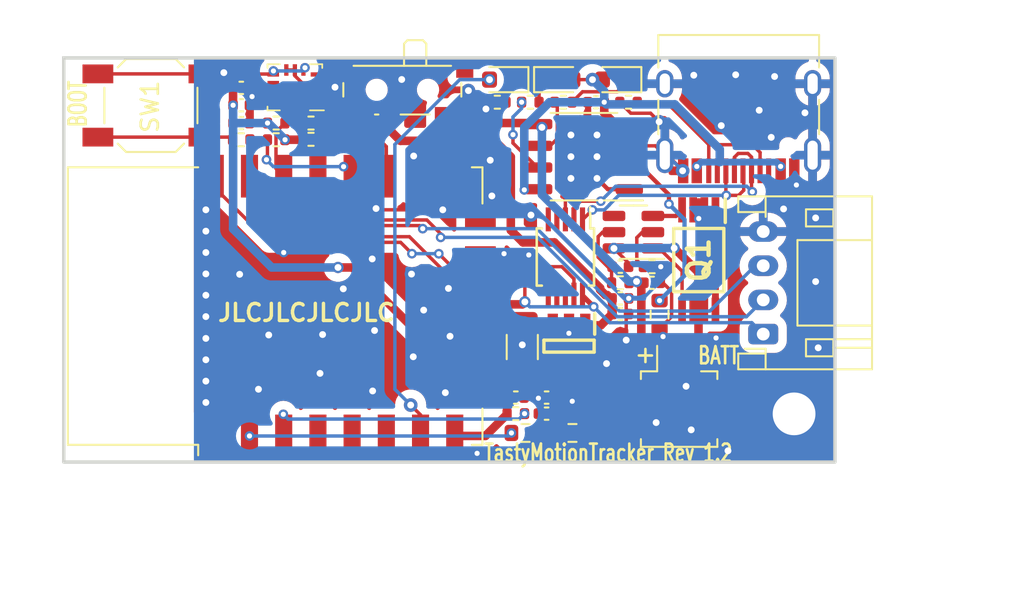
<source format=kicad_pcb>
(kicad_pcb (version 20221018) (generator pcbnew)
  (layers (0 "F.Cu" signal) (31 "B.Cu" mixed) (34 "B.Paste" user) (35 "F.Paste" user) (36 "B.SilkS" user "B.Silkscreen") (37 "F.SilkS" user "F.Silkscreen") (38 "B.Mask" user) (39 "F.Mask" user) (44 "Edge.Cuts" user))
  (net 0 "")
  (net 1 "BVAT-")
  (net 2 "Net-(D1-A)")
  (net 3 "B-")
  (net 4 "B+")
  (net 5 "+3V3")
  (net 6 "Net-(U3-VDD)")
  (net 7 "Net-(D1-K)")
  (net 8 "D-")
  (net 9 "D+")
  (net 10 "Net-(D2-K)")
  (net 11 "Net-(D3-K)")
  (net 12 "Net-(D3-A)")
  (net 14 "Net-(P1-CC)")
  (net 15 "Net-(Q1-D12_1)")
  (net 16 "GPIO0")
  (net 17 "I2C_SCL")
  (net 18 "I2C_SDA")
  (net 19 "IMU_INT")
  (net 20 "Net-(Q1-G1)")
  (net 21 "Net-(Q1-G2)")
  (net 22 "RST")
  (net 23 "Net-(U1-ADC)")
  (net 24 "Net-(U1-EN)")
  (net 25 "Net-(U2-CHRG)")
  (net 26 "Net-(U2-STDBY)")
  (net 27 "Net-(U1-GPIO2)")
  (net 28 "Net-(U2-PROG)")
  (net 29 "BVAT+")
  (net 30 "Net-(U3-CSI)")
  (net 31 "ESP_RX")
  (net 32 "ESP_TX")
  (net 33 "Net-(C4-Pad2)")
  (net 52 "Net-(R1-Pad1)")
  (footprint "Button_Switch_SMD:SW_SPST_SKQG_WithoutStem" (layer "F.Cu") (at 44.0484 32.1731)
    (fp_text reference "SW1")
    (fp_text value "BOOT")
  )
  (footprint "Resistor_SMD:R_0402_1005Metric" (layer "F.Cu") (at 53.4086 34.1507)
    (fp_text reference "R6" hide)
    (fp_text value "10K")
  )
  (footprint "LED_SMD:LED_0603_1608Metric" (layer "F.Cu") (at 67.9349 30.6587)
    (fp_text reference "D1" hide)
    (fp_text value "LED_YELLOW")
  )
  (footprint "RF_Module:ESP-12E" (layer "F.Cu") (at 51.3122 43.9081 90)
    (fp_text reference "U1" hide)
    (fp_text value "ESP-12F")
  )
  (footprint "LED_SMD:LED_0603_1608Metric" (layer "F.Cu") (at 64.6329 30.6587 180)
    (fp_text reference "D3" hide)
    (fp_text value "LED")
  )
  (footprint "Resistor_SMD:R_0603_1608Metric" (layer "F.Cu") (at 73.787 44.4114 -90)
    (fp_text reference "R7" hide)
    (fp_text value "1.2K")
  )
  (footprint "Resistor_SMD:R_0402_1005Metric" (layer "F.Cu") (at 53.4086 33.2007)
    (fp_text reference "R13" hide)
    (fp_text value "10K")
  )
  (footprint "Capacitor_SMD:C_0402_1005Metric" (layer "F.Cu") (at 70.0712 31.9795 180)
    (fp_text reference "C2" hide)
    (fp_text value "100nF")
  )
  (footprint "Package_LGA:Bosch_LGA-14_3x2.5mm_P0.5mm" (layer "F.Cu") (at 52.465 31.107 180)
    (fp_text reference "U4" hide)
    (fp_text value "BMI160")
  )
  (footprint "Capacitor_SMD:C_0402_1005Metric" (layer "F.Cu") (at 73.3478 42.5459)
    (fp_text reference "C7" hide)
    (fp_text value "10uF")
  )
  (footprint "Capacitor_SMD:C_0402_1005Metric" (layer "F.Cu") (at 49.3316 32.1573)
    (fp_text reference "C9" hide)
    (fp_text value "100nF")
  )
  (footprint "Package_SO:MSOP-10_3x3mm_P0.5mm" (layer "F.Cu") (at 68.2812 41.0375 -90)
    (fp_text reference "U5" hide)
    (fp_text value "CH340E")
  )
  (footprint "Resistor_SMD:R_0402_1005Metric" (layer "F.Cu") (at 51.3716 34.1757 180)
    (fp_text reference "R5" hide)
    (fp_text value "10K")
  )
  (footprint "Resistor_SMD:R_0603_1608Metric" (layer "F.Cu") (at 65.9506 51.3334)
    (fp_text reference "R14" hide)
    (fp_text value "30K")
  )
  (footprint "Resistor_SMD:R_0603_1608Metric" (layer "F.Cu") (at 68.6938 51.3334)
    (fp_text reference "R1" hide)
    (fp_text value "150K")
  )
  (footprint "Resistor_SMD:R_0402_1005Metric" (layer "F.Cu") (at 71.491 42.5459)
    (fp_text reference "R11" hide)
    (fp_text value "100")
  )
  (footprint "Capacitor_SMD:C_0402_1005Metric" (layer "F.Cu") (at 71.4936 44.3747)
    (fp_text reference "C20" hide)
    (fp_text value "10uF")
  )
  (footprint "Resistor_SMD:R_0402_1005Metric" (layer "F.Cu") (at 65.3822 50.2031)
    (fp_text reference "R2" hide)
    (fp_text value "10K")
  )
  (footprint "Connector_JST:JST_PH_S4B-PH-K_1x04_P2.00mm_Horizontal" (layer "F.Cu") (at 79.8476 45.5487 90)
    (fp_text reference "J1" hide)
    (fp_text value "Conn_01x04_Pin")
  )
  (footprint "Button_Switch_SMD:SW_SPDT_PCM12" (layer "F.Cu") (at 58.7478 31.5805 180)
    (fp_text reference "SW3" hide)
    (fp_text value "SW_SPDT")
  )
  (footprint "Resistor_SMD:R_0402_1005Metric" (layer "F.Cu") (at 68.1616 31.9795 180)
    (fp_text reference "R4" hide)
    (fp_text value "1K")
  )
  (footprint "Resistor_SMD:R_0402_1005Metric" (layer "F.Cu") (at 66.2312 31.9795 180)
    (fp_text reference "R3" hide)
    (fp_text value "1K")
  )
  (footprint "Capacitor_SMD:C_0402_1005Metric" (layer "F.Cu") (at 71.491 43.4603)
    (fp_text reference "C19" hide)
    (fp_text value "10uF")
  )
  (footprint "KiCad:SOP65P640X120-8N" (layer "F.Cu") (at 76.0786 41.2167 -90)
    (fp_text reference "Q1")
    (fp_text value "FS8205A" hide)
  )
  (footprint "Capacitor_SMD:C_0402_1005Metric" (layer "F.Cu") (at 49.3316 31.1413)
    (fp_text reference "C10" hide)
    (fp_text value "100nF")
  )
  (footprint "ME6211C33M5G:SOT95P282X145-5N" (layer "F.Cu") (at 68.4936 46.2534 -90)
    (fp_text reference "IC1" hide)
    (fp_text value "ME6211C33M5G" hide)
  )
  (footprint "Package_SO:HSOP-8-1EP_3.9x4.9mm_P1.27mm_EP2.41x3.1mm" (layer "F.Cu") (at 69.367 35.1675 180)
    (fp_text reference "U2" hide)
    (fp_text value "TP4056")
  )
  (footprint "Capacitor_SMD:C_0402_1005Metric" (layer "F.Cu") (at 67.183 49.2633 180)
    (fp_text reference "C8" hide)
    (fp_text value "10uF")
  )
  (footprint "Resistor_SMD:R_0402_1005Metric" (layer "F.Cu") (at 73.3472 41.6061)
    (fp_text reference "R8" hide)
    (fp_text value "1K")
  )
  (footprint "Connector_Molex:Molex_PicoBlade_53261-0271_1x02-1MP_P1.25mm_Horizontal" (layer "F.Cu") (at 74.93 49.4364)
    (fp_text reference "J2" hide)
    (fp_text value "Conn_01x02_Female")
  )
  (footprint "Capacitor_SMD:C_0402_1005Metric" (layer "F.Cu") (at 67.183 50.2031 180)
    (fp_text reference "C12" hide)
    (fp_text value "100nF")
  )
  (footprint "Resistor_SMD:R_0402_1005Metric" (layer "F.Cu") (at 51.3716 33.2007)
    (fp_text reference "R12" hide)
    (fp_text value "10K")
  )
  (footprint "Capacitor_SMD:C_0402_1005Metric" (layer "F.Cu") (at 71.4936 41.6061)
    (fp_text reference "C6" hide)
    (fp_text value "100nF")
  )
  (footprint "Resistor_SMD:R_0402_1005Metric" (layer "F.Cu") (at 64.3008 31.9795 180)
    (fp_text reference "R9" hide)
    (fp_text value "1K")
  )
  (footprint "Resistor_SMD:R_0402_1005Metric" (layer "F.Cu") (at 71.9716 31.9795 180)
    (fp_text reference "R25" hide)
    (fp_text value "5.1K")
  )
  (footprint "Connector_USB:USB_C_Receptacle_HRO_TYPE-C-31-M-12" (layer "F.Cu") (at 78.4136 31.9477 180)
    (fp_text reference "P1" hide)
    (fp_text value "USB_C_Plug_USB2.0")
  )
  (footprint "Package_TO_SOT_SMD:SOT-23-6" (layer "F.Cu") (at 72.2585 39.5843 180)
    (fp_text reference "U3" hide)
    (fp_text value "DW01A")
  )
  (footprint "Capacitor_SMD:C_0402_1005Metric" (layer "F.Cu") (at 49.3316 33.2007 180)
    (fp_text reference "C4" hide)
    (fp_text value "100nF")
  )
  (footprint "LED_SMD:LED_0603_1608Metric" (layer "F.Cu") (at 71.2369 30.6587 180)
    (fp_text reference "D2" hide)
    (fp_text value "LED")
  )
  (footprint "Capacitor_SMD:C_0402_1005Metric" (layer "F.Cu") (at 65.3822 49.2633)
    (fp_text reference "C3" hide)
    (fp_text value "1uF/25V")
  )
  (footprint "Capacitor_SMD:C_1206_3216Metric" (layer "F.Cu") (at 65.7606 46.306 90)
    (fp_text reference "C1" hide)
    (fp_text value "100uF/6.3V")
  )
  (footprint "Resistor_SMD:R_0402_1005Metric" (layer "F.Cu") (at 49.3316 34.1757)
    (fp_text reference "R10" hide)
    (fp_text value "470")
  )
  (gr_rect (start 38.9536 29.3887) (end 84.0386 53.0361) (stroke (width 0.2)) (fill none) (layer "Edge.Cuts"))
  (gr_text "+" (at 72.8866 46.8007 90) (layer "F.SilkS") (effects (font (size 1 1) (thickness 0.153) bold)))
  (gr_text "TastyMotionTracker Rev 1.2" (at 63.4492 52.5018) (layer "F.SilkS") (effects (font (size 1 0.7) (thickness 0.153) bold) (justify left)))
  (gr_text "JLCJLCJLCJLC" (at 53.1368 44.2976) (layer "F.SilkS") (effects (font (size 1 1) (thickness 0.2))))
  (gr_text "BOOT" (at 39.7764 32.0802 90) (layer "F.SilkS") (effects (font (size 1 0.7) (thickness 0.153) bold)))
  (gr_text "BATT" (at 77.2366 46.8007) (layer "F.SilkS") (effects (font (size 1 0.7) (thickness 0.153) bold)))
  (segment (start 80.5116 30.4757) (end 80.9336 30.8977) (width 0.2) (layer "F.Cu") (net 1))
  (segment (start 71.4616 31.9795) (end 72.1078 32.6257) (width 0.2) (layer "F.Cu") (net 1))
  (segment (start 70.764 37.0725) (end 70.129 36.4375) (width 0.25) (layer "F.Cu") (net 1))
  (segment (start 72.017 37.0725) (end 70.764 37.0725) (width 0.25) (layer "F.Cu") (net 1))
  (segment (start 70.129 33.8975) (end 72.9898 33.8975) (width 0.2) (layer "F.Cu") (net 1))
  (segment (start 73.5484 34.5325) (end 74.0936 35.0777) (width 0.2) (layer "F.Cu") (net 1))
  (segment (start 74.0936 35.0777) (end 74.2486 35.0777) (width 0.2) (layer "F.Cu") (net 1))
  (segment (start 80.9336 30.8977) (end 82.7336 30.8977) (width 0.2) (layer "F.Cu") (net 1))
  (segment (start 70.764 34.5325) (end 70.129 35.1675) (width 0.2) (layer "F.Cu") (net 1))
  (segment (start 61.1124 38.2757) (end 57.2866 38.2757) (width 0.2) (layer "F.Cu") (net 1))
  (segment (start 73.8278 42.5459) (end 73.9818 42.5459) (width 0.2) (layer "F.Cu") (net 1))
  (segment (start 52.89 30.857) (end 52.465 30.432) (width 0.2) (layer "F.Cu") (net 1))
  (segment (start 54.8116 31.1007) (end 53.9712 31.1007) (width 0.2) (layer "F.Cu") (net 1))
  (segment (start 68.6816 49.4792) (end 69.342 49.4792) (width 0.2) (layer "F.Cu") (net 1))
  (segment (start 73.2616 32.6257) (end 73.7616 33.1257) (width 0.2) (layer "F.Cu") (net 1))
  (segment (start 53.9712 31.1007) (end 53.7275 30.857) (width 0.2) (layer "F.Cu") (net 1))
  (segment (start 69.342 49.4792) (end 70.6866 48.1346) (width 0.2) (layer "F.Cu") (net 1))
  (segment (start 52.465 30.0945) (end 51.965 30.0945) (width 0.2) (layer "F.Cu") (net 1))
  (segment (start 76.0786 38.7867) (end 76.0786 37.8977) (width 0.6) (layer "F.Cu") (net 1))
  (segment (start 72.017 34.5325) (end 70.764 34.5325) (width 0.2) (layer "F.Cu") (net 1))
  (segment (start 53.7275 31.857) (end 53.7275 30.857) (width 0.2) (layer "F.Cu") (net 1))
  (segment (start 40.9484 30.3231) (end 47.1484 30.3231) (width 0.2) (layer "F.Cu") (net 1))
  (segment (start 72.1078 32.6257) (end 73.2616 32.6257) (width 0.2) (layer "F.Cu") (net 1))
  (segment (start 70.6866 48.1346) (end 70.6866 47.2757) (width 0.2) (layer "F.Cu") (net 1))
  (segment (start 74.492 44.5314) (end 73.787 45.2364) (width 0.2) (layer "F.Cu") (net 1))
  (segment (start 53.7275 30.857) (end 52.89 30.857) (width 0.2) (layer "F.Cu") (net 1))
  (segment (start 71.8366 45.9007) (end 71.8366 43.5947) (width 0.2) (layer "F.Cu") (net 1))
  (segment (start 57.2866 38.2757) (end 57.2116 38.2007) (width 0.2) (layer "F.Cu") (net 1))
  (segment (start 68.2812 36.7613) (end 68.605 36.4375) (width 0.2) (layer "F.Cu") (net 1))
  (segment (start 47.2616 38.2757) (end 47.2616 49.5507) (width 0.2) (layer "F.Cu") (net 1))
  (segment (start 75.2896 30.8977) (end 75.7866 30.4007) (width 0.2) (layer "F.Cu") (net 1))
  (segment (start 74.2486 35.0777) (end 75.1636 35.9927) (width 0.2) (layer "F.Cu") (net 1))
  (segment (start 71.8366 43.5947) (end 71.971 43.4603) (width 0.2) (layer "F.Cu") (net 1))
  (segment (start 68.2812 38.8375) (end 68.2812 36.7613) (width 0.2) (layer "F.Cu") (net 1))
  (segment (start 65.8622 49.2633) (end 66.703 49.2633) (width 0.2) (layer "F.Cu") (net 1))
  (segment (start 66.703 50.2031) (end 66.703 49.2633) (width 0.2) (layer "F.Cu") (net 1))
  (segment (start 74.0936 30.8977) (end 75.2896 30.8977) (width 0.2) (layer "F.Cu") (net 1))
  (segment (start 72.9898 33.8975) (end 73.7616 33.1257) (width 0.2) (layer "F.Cu") (net 1))
  (segment (start 52.465 30.432) (end 52.465 30.0945) (width 0.2) (layer "F.Cu") (net 1))
  (segment (start 73.9818 42.5459) (end 74.492 43.0561) (width 0.2) (layer "F.Cu") (net 1))
  (segment (start 74.492 43.0561) (end 74.492 44.5314) (width 0.2) (layer "F.Cu") (net 1))
  (segment (start 72.017 34.5325) (end 73.5484 34.5325) (width 0.2) (layer "F.Cu") (net 1))
  (via (at 63.119 52.5272) (size 0.56) (drill 0.3) (layers "F.Cu" "B.Cu") (net 1))
  (via (at 81.651 50.2167) (size 3.5) (drill 2.5) (layers "F.Cu" "B.Cu") (net 1))
  (via (at 61.4426 42.8752) (size 0.8) (drill 0.4) (layers "F.Cu" "B.Cu") (net 1))
  (via (at 59.9948 44.1452) (size 0.8) (drill 0.4) (layers "F.Cu" "B.Cu") (net 1))
  (via (at 47.2616 39.5257) (size 0.8) (drill 0.4) (layers "F.Cu" "B.Cu") (net 1))
  (via (at 66.1416 40.9194) (size 0.56) (drill 0.3) (layers "F.Cu" "B.Cu") (net 1))
  (via (at 65.7606 46.1772) (size 0.8) (drill 0.4) (layers "F.Cu" "B.Cu") (net 1))
  (via (at 73.8572 41.6061) (size 0.56) (drill 0.3) (layers "F.Cu" "B.Cu") (net 1))
  (via (at 66.2686 38.5826) (size 0.8) (drill 0.4) (layers "F.Cu" "B.Cu") (net 1))
  (via (at 68.605 33.8975) (size 0.8) (drill 0.4) (layers "F.Cu" "B.Cu") (net 1))
  (via (at 64.6938 40.8432) (size 0.56) (drill 0.3) (layers "F.Cu" "B.Cu") (net 1))
  (via (at 57.2116 38.2007) (size 0.66) (drill 0.4) (layers "F.Cu" "B.Cu") (net 1))
  (via (at 61.5366 45.6757) (size 0.8) (drill 0.4) (layers "F.Cu" "B.Cu") (net 1))
  (via (at 47.2616 49.5507) (size 0.8) (drill 0.4) (layers "F.Cu" "B.Cu") (net 1))
  (via (at 81.7866 36.8257) (size 0.56) (drill 0.3) (layers "F.Cu" "B.Cu") (net 1))
  (via (at 79.6116 32.4507) (size 0.8) (drill 0.4) (layers "F.Cu" "B.Cu") (net 1))
  (via (at 50.3366 48.7757) (size 0.8) (drill 0.4) (layers "F.Cu" "B.Cu") (net 1))
  (via (at 68.6816 49.4792) (size 0.56) (drill 0.3) (layers "F.Cu" "B.Cu") (net 1))
  (via (at 62.6116 31.3007) (size 0.8) (drill 0.4) (layers "F.Cu" "B.Cu") (net 1))
  (via (at 70.129 33.8975) (size 0.8) (drill 0.4) (layers "F.Cu" "B.Cu") (net 1))
  (via (at 75.7866 30.4007) (size 0.8) (drill 0.4) (layers "F.Cu" "B.Cu") (net 1))
  (via (at 47.2616 44.5257) (size 0.8) (drill 0.4) (layers "F.Cu" "B.Cu") (net 1))
  (via (at 77.089 45.7757) (size 0.56) (drill 0.3) (layers "F.Cu" "B.Cu") (net 1))
  (via (at 54.8116 31.1007) (size 0.8) (drill 0.4) (layers "F.Cu" "B.Cu") (net 1))
  (via (at 61.1124 38.2757) (size 0.66) (drill 0.4) (layers "F.Cu" "B.Cu") (net 1))
  (via (at 48.3116 30.2507) (size 0.8) (drill 0.4) (layers "F.Cu" "B.Cu") (net 1))
  (via (at 58.7116 30.6507) (size 0.8) (drill 0.4) (layers "F.Cu" "B.Cu") (net 1))
  (via (at 68.605 35.1675) (size 0.8) (drill 0.4) (layers "F.Cu" "B.Cu") (net 1))
  (via (at 47.2616 48.3007) (size 0.8) (drill 0.4) (layers "F.Cu" "B.Cu") (net 1))
  (via (at 81.0366 38.2257) (size 0.8) (drill 0.4) (layers "F.Cu" "B.Cu") (net 1))
  (via (at 59.2836 42.037) (size 0.8) (drill 0.4) (layers "F.Cu" "B.Cu") (net 1))
  (via (at 76.0786 38.7867) (size 0.56) (drill 0.3) (layers "F.Cu" "B.Cu") (net 1))
  (via (at 56.9866 41.1507) (size 0.8) (drill 0.4) (layers "F.Cu" "B.Cu") (net 1))
  (via (at 78.2366 30.3757) (size 0.8) (drill 0.4) (layers "F.Cu" "B.Cu") (net 1))
  (via (at 73.9902 45.6946) (size 0.56) (drill 0.3) (layers "F.Cu" "B.Cu") (net 1))
  (via (at 51.8116 40.7757) (size 0.56) (drill 0.3) (layers "F.Cu" "B.Cu") (net 1))
  (via (at 68.605 36.4375) (size 0.8) (drill 0.4) (layers "F.Cu" "B.Cu") (net 1))
  (via (at 55.2958 42.9006) (size 0.8) (drill 0.4) (layers "F.Cu" "B.Cu") (net 1))
  (via (at 77.7866 52.3757) (size 0.8) (drill 0.4) (layers "F.Cu" "B.Cu") (net 1))
  (via (at 59.3866 46.8757) (size 0.8) (drill 0.4) (layers "F.Cu" "B.Cu") (net 1))
  (via (at 49.2366 42.0507) (size 0.8) (drill 0.4) (layers "F.Cu" "B.Cu") (net 1))
  (via (at 75.6366 51.1507) (size 0.8) (drill 0.4) (layers "F.Cu" "B.Cu") (net 1))
  (via (at 75.1341 35.9927) (size 0.8) (drill 0.4) (layers "F.Cu" "B.Cu") (net 1))
  (via (at 57.0116 48.8757) (size 0.8) (drill 0.4) (layers "F.Cu" "B.Cu") (net 1))
  (via (at 47.2616 47.0507) (size 0.8) (drill 0.4) (layers "F.Cu" "B.Cu") (net 1))
  (via (at 82.9116 42.4757) (size 0.8) (drill 0.4) (layers "F.Cu" "B.Cu") (net 1))
  (via (at 80.5116 30.4757) (size 0.8) (drill 0.4) (layers "F.Cu" "B.Cu") (net 1))
  (via (at 57.1246 45.339) (size 0.8) (drill 0.4) (layers "F.Cu" "B.Cu") (net 1))
  (via (at 63.8866 35.3757) (size 0.8) (drill 0.4) (layers "F.Cu" "B.Cu") (net 1))
  (via (at 47.2616 43.2757) (size 0.8) (drill 0.4) (layers "F.Cu" "B.Cu") (net 1))
  (via (at 63.6366 32.3757) (size 0.8) (drill 0.4) (layers "F.Cu" "B.Cu") (net 1))
  (via (at 83.0616 46.3507) (size 0.8) (drill 0.4) (layers "F.Cu" "B.Cu") (net 1))
  (via (at 47.2616 38.2757) (size 0.8) (drill 0.4) (layers "F.Cu" "B.Cu") (net 1))
  (via (at 75.3366 48.6007) (size 0.8) (drill 0.4) (layers "F.Cu" "B.Cu") (net 1))
  (via (at 80.3148 34.036) (size 0.8) (drill 0.4) (layers "F.Cu" "B.Cu") (net 1))
  (via (at 47.2616 40.7757) (size 0.8) (drill 0.4) (layers "F.Cu" "B.Cu") (net 1))
  (via (at 61.2616 48.9757) (size 0.8) (drill 0.4) (layers "F.Cu" "B.Cu") (net 1))
  (via (at 68.4866 45.5007) (size 0.56) (drill 0.3) (layers "F.Cu" "B.Cu") (net 1))
  (via (at 54.0866 45.5757) (size 0.8) (drill 0.4) (layers "F.Cu" "B.Cu") (net 1))
  (via (at 71.9836 43.4594) (size 0.56) (drill 0.3) (layers "F.Cu" "B.Cu") (net 1))
  (via (at 49.9616 31.6507) (size 0.56) (drill 0.3) (layers "F.Cu" "B.Cu") (net 1))
  (via (at 53.935287 47.846487) (size 0.8) (drill 0.4) (layers "F.Cu" "B.Cu") (net 1))
  (via (at 47.2616 42.0257) (size 0.8) (drill 0.4) (layers "F.Cu" "B.Cu") (net 1))
  (via (at 66.703 49.3014) (size 0.56) (drill 0.3) (layers "F.Cu" "B.Cu") (net 1))
  (via (at 70.6866 47.2757) (size 0.8) (drill 0.4) (layers "F.Cu" "B.Cu") (net 1))
  (via (at 71.8366 45.9007) (size 0.8) (drill 0.4) (layers "F.Cu" "B.Cu") (net 1))
  (via (at 73.5866 50.7257) (size 0.8) (drill 0.4) (layers "F.Cu" "B.Cu") (net 1))
  (via (at 63.9826 37.465) (size 0.8) (drill 0.4) (layers "F.Cu" "B.Cu") (net 1))
  (via (at 50.9366 45.6007) (size 0.8) (drill 0.4) (layers "F.Cu" "B.Cu") (net 1))
  (via (at 59.4106 35.1282) (size 0.66) (drill 0.4) (layers "F.Cu" "B.Cu") (net 1))
  (via (at 70.129 35.1675) (size 0.8) (drill 0.4) (layers "F.Cu" "B.Cu") (net 1))
  (via (at 47.2616 45.8007) (size 0.8) (drill 0.4) (layers "F.Cu" "B.Cu") (net 1))
  (via (at 82.2866 32.6007) (size 0.8) (drill 0.4) (layers "F.Cu" "B.Cu") (net 1))
  (via (at 73.7616 33.1257) (size 0.8) (drill 0.4) (layers "F.Cu" "B.Cu") (net 1))
  (via (at 70.129 36.4375) (size 0.8) (drill 0.4) (layers "F.Cu" "B.Cu") (net 1))
  (via (at 77.3938 33.3502) (size 0.8) (drill 0.4) (layers "F.Cu" "B.Cu") (net 1))
  (via (at 82.9116 38.7507) (size 0.8) (drill 0.4) (layers "F.Cu" "B.Cu") (net 1))
  (segment (start 66.8782 38.5826) (end 71.755 43.4594) (width 0.2) (layer "B.Cu") (net 1))
  (segment (start 47.2616 49.5507) (end 47.2616 38.2757) (width 0.2) (layer "B.Cu") (net 1))
  (segment (start 73.8572 41.6061) (end 73.8572 42.424) (width 0.2) (layer "B.Cu") (net 1))
  (segment (start 74.2191 35.0777) (end 75.1341 35.9927) (width 0.2) (layer "B.Cu") (net 1))
  (segment (start 74.0936 35.0777) (end 74.2191 35.0777) (width 0.2) (layer "B.Cu") (net 1))
  (segment (start 74.0936 33.4577) (end 74.0936 35.0777) (width 0.2) (layer "B.Cu") (net 1))
  (segment (start 66.2686 38.5826) (end 66.8782 38.5826) (width 0.2) (layer "B.Cu") (net 1))
  (segment (start 72.8218 43.4594) (end 71.9836 43.4594) (width 0.2) (layer "B.Cu") (net 1))
  (segment (start 71.755 43.4594) (end 71.9836 43.4594) (width 0.2) (layer "B.Cu") (net 1))
  (segment (start 73.7616 33.1257) (end 74.0936 33.4577) (width 0.2) (layer "B.Cu") (net 1))
  (segment (start 73.8572 42.424) (end 72.8218 43.4594) (width 0.2) (layer "B.Cu") (net 1))
  (segment (start 69.8654 30.6587) (end 70.4494 30.6587) (width 0.2) (layer "F.Cu") (net 2))
  (segment (start 70.5512 31.9795) (end 70.5512 32.6145) (width 0.5) (layer "F.Cu") (net 2))
  (segment (start 70.5512 32.6145) (end 71.1862 33.2495) (width 0.5) (layer "F.Cu") (net 2))
  (segment (start 68.7224 30.6587) (end 69.8654 30.6587) (width 0.2) (layer "F.Cu") (net 2))
  (via (at 69.8654 30.6587) (size 0.8) (drill 0.4) (layers "F.Cu" "B.Cu") (net 2))
  (via (at 70.5512 31.9795) (size 0.56) (drill 0.3) (layers "F.Cu" "B.Cu") (net 2))
  (via (at 80.8636 35.7387) (size 0.56) (drill 0.3) (layers "F.Cu" "B.Cu") (net 2))
  (via (at 65.8776 37.1103) (size 0.56) (drill 0.3) (layers "F.Cu" "B.Cu") (net 2))
  (via (at 75.9636 35.7387) (size 0.56) (drill 0.3) (layers "F.Cu" "B.Cu") (net 2))
  (segment (start 74.6769 32.1065) (end 77.3076 34.7372) (width 0.5) (layer "B.Cu") (net 2))
  (segment (start 77.3076 34.7372) (end 77.3076 35.4847) (width 0.5) (layer "B.Cu") (net 2))
  (segment (start 75.9636 35.7387) (end 76.2176 35.4847) (width 0.4) (layer "B.Cu") (net 2))
  (segment (start 67.3508 31.9795) (end 65.8776 33.4527) (width 0.5) (layer "B.Cu") (net 2))
  (segment (start 70.5512 31.9795) (end 67.3508 31.9795) (width 0.5) (layer "B.Cu") (net 2))
  (segment (start 70.6782 32.1065) (end 74.6769 32.1065) (width 0.5) (layer "B.Cu") (net 2))
  (segment (start 76.2176 35.4847) (end 77.3076 35.4847) (width 0.4) (layer "B.Cu") (net 2))
  (segment (start 77.3076 35.4847) (end 80.6096 35.4847) (width 0.4) (layer "B.Cu") (net 2))
  (segment (start 65.8776 33.4527) (end 65.8776 37.1103) (width 0.5) (layer "B.Cu") (net 2))
  (segment (start 70.5512 31.9795) (end 70.5512 31.3445) (width 0.5) (layer "B.Cu") (net 2))
  (segment (start 70.5512 31.9795) (end 70.6782 32.1065) (width 0.5) (layer "B.Cu") (net 2))
  (segment (start 70.5512 31.3445) (end 69.8654 30.6587) (width 0.5) (layer "B.Cu") (net 2))
  (segment (start 80.6096 35.4847) (end 80.8636 35.7387) (width 0.4) (layer "B.Cu") (net 2))
  (segment (start 76.063 46.5284) (end 75.7701 46.8213) (width 0.5) (layer "F.Cu") (net 3))
  (segment (start 76.063 41.9363) (end 76.063 46.5284) (width 0.5) (layer "F.Cu") (net 3))
  (segment (start 70.9472 40.7081) (end 71.121 40.5343) (width 0.2) (layer "F.Cu") (net 3))
  (segment (start 74.6406 40.5139) (end 76.063 41.9363) (width 0.5) (layer "F.Cu") (net 3))
  (segment (start 71.9736 41.3869) (end 71.121 40.5343) (width 0.2) (layer "F.Cu") (net 3))
  (segment (start 71.9736 41.6061) (end 71.9736 41.3869) (width 0.2) (layer "F.Cu") (net 3))
  (segment (start 75.7701 46.8213) (end 75.5704 46.8213) (width 0.5) (layer "F.Cu") (net 3))
  (via (at 74.6406 40.5139) (size 0.66) (drill 0.4) (layers "F.Cu" "B.Cu") (net 3))
  (via (at 71.121 40.5343) (size 0.66) (drill 0.4) (layers "F.Cu" "B.Cu") (net 3))
  (segment (start 74.6406 40.5139) (end 71.1414 40.5139) (width 0.5) (layer "B.Cu") (net 3))
  (segment (start 71.1414 40.5139) (end 71.121 40.5343) (width 0.5) (layer "B.Cu") (net 3))
  (segment (start 72.4408 42.4688) (end 72.7202 42.7482) (width 0.5) (layer "F.Cu") (net 4))
  (segment (start 73.5838 51.943) (end 70.1284 51.943) (width 0.2) (layer "F.Cu") (net 4))
  (segment (start 74.305 47.0364) (end 74.3204 47.021) (width 0.5) (layer "F.Cu") (net 4))
  (segment (start 73.9858 47.0364) (end 74.305 47.0364) (width 0.5) (layer "F.Cu") (net 4))
  (segment (start 74.3204 51.2064) (end 73.5838 51.943) (width 0.2) (layer "F.Cu") (net 4))
  (segment (start 72.7202 42.7482) (end 72.7202 45.7708) (width 0.5) (layer "F.Cu") (net 4))
  (segment (start 70.1284 51.943) (end 69.5188 51.3334) (width 0.2) (layer "F.Cu") (net 4))
  (segment (start 74.3204 46.8213) (end 74.3204 51.2064) (width 0.2) (layer "F.Cu") (net 4))
  (segment (start 66.1316 33.1987) (end 61.186 33.1987) (width 0.5) (layer "F.Cu") (net 4))
  (segment (start 72.7202 45.7708) (end 73.9858 47.0364) (width 0.5) (layer "F.Cu") (net 4))
  (segment (start 61.186 33.1987) (end 60.9978 33.0105) (width 0.5) (layer "F.Cu") (net 4))
  (via (at 72.4408 42.4688) (size 0.66) (drill 0.4) (layers "F.Cu" "B.Cu") (net 4))
  (via (at 66.908235 33.453735) (size 0.66) (drill 0.4) (layers "F.Cu" "B.Cu") (net 4))
  (segment (start 72.4408 42.4688) (end 71.9981 42.4688) (width 0.5) (layer "B.Cu") (net 4))
  (segment (start 71.9981 42.4688) (end 66.908235 37.378935) (width 0.5) (layer "B.Cu") (net 4))
  (segment (start 66.908235 37.378935) (end 66.908235 33.453735) (width 0.5) (layer "B.Cu") (net 4))
  (segment (start 65.9116 43.6626) (end 65.7661 43.8081) (width 0.5) (layer "F.Cu") (net 5))
  (segment (start 69.9366 43.9507) (end 69.3312 43.3453) (width 0.3) (layer "F.Cu") (net 5))
  (segment (start 67.7812 42.533946) (end 67.7812 43.2375) (width 0.2) (layer "F.Cu") (net 5))
  (segment (start 65.7661 43.8081) (end 61.9542 43.8081) (width 0.5) (layer "F.Cu") (net 5))
  (segment (start 69.3545 48.5534) (end 69.4438 48.4641) (width 0.5) (layer "F.Cu") (net 5))
  (segment (start 65.7134 47.8282) (end 62.0141 47.8282) (width 0.5) (layer "F.Cu") (net 5))
  (segment (start 64.8716 48.67) (end 65.7134 47.8282) (width 0.5) (layer "F.Cu") (net 5))
  (segment (start 66.3463 42.291) (end 67.024146 42.291) (width 0.2) (layer "F.Cu") (net 5))
  (segment (start 67.024146 42.291) (end 67.027646 42.2875) (width 0.2) (layer "F.Cu") (net 5))
  (segment (start 61.8122 51.5081) (end 63.6047 51.5081) (width 0.5) (layer "F.Cu") (net 5))
  (segment (start 61.9542 43.8081) (end 59.9741 45.7882) (width 0.5) (layer "F.Cu") (net 5))
  (segment (start 67.663 48.556) (end 67.6656 48.5534) (width 0.5) (layer "F.Cu") (net 5))
  (segment (start 67.027646 42.2875) (end 67.534754 42.2875) (width 0.2) (layer "F.Cu") (net 5))
  (segment (start 51.8816 34.1757) (end 52.86347 34.1757) (width 0.5) (layer "F.Cu") (net 5))
  (segment (start 54.9866 41.6507) (end 55.8366 41.6507) (width 0.5) (layer "F.Cu") (net 5))
  (segment (start 69.4438 47.6351) (end 69.4438 48.4641) (width 0.5) (layer "F.Cu") (net 5))
  (segment (start 48.8516 31.1107) (end 49.6303 30.332) (width 0.2) (layer "F.Cu") (net 5))
  (segment (start 49.6303 30.332) (end 51.2025 30.332) (width 0.2) (layer "F.Cu") (net 5))
  (segment (start 66.533 48.5534) (end 67.6656 48.5534) (width 0.5) (layer "F.Cu") (net 5))
  (segment (start 65.9116 43.6626) (end 65.9116 42.7257) (width 0.2) (layer "F.Cu") (net 5))
  (segment (start 52.86347 34.1757) (end 52.8986 34.14057) (width 0.5) (layer "F.Cu") (net 5))
  (segment (start 48.8516 31.1413) (end 48.8516 31.1107) (width 0.2) (layer "F.Cu") (net 5))
  (segment (start 55.8366 41.6507) (end 59.9741 45.7882) (width 0.5) (layer "F.Cu") (net 5))
  (segment (start 63.6047 51.5081) (end 64.8716 50.2412) (width 0.5) (layer "F.Cu") (net 5))
  (segment (start 67.663 50.2031) (end 67.663 48.556) (width 0.5) (layer "F.Cu") (net 5))
  (segment (start 48.8516 31.1413) (end 48.8516 32.15443) (width 0.5) (layer "F.Cu") (net 5))
  (segment (start 67.534754 42.2875) (end 67.7812 42.533946) (width 0.2) (layer "F.Cu") (net 5))
  (segment (start 48.8516 32.15443) (end 48.85447 32.1573) (width 0.5) (layer "F.Cu") (net 5))
  (segment (start 52.8986 34.14057) (end 52.8986 33.2007) (width 0.5) (layer "F.Cu") (net 5))
  (segment (start 62.0141 47.8282) (end 59.9741 45.7882) (width 0.5) (layer "F.Cu") (net 5))
  (segment (start 67.6656 48.5534) (end 69.3545 48.5534) (width 0.5) (layer "F.Cu") (net 5))
  (segment (start 64.8716 50.2412) (end 64.8716 48.67) (width 0.5) (layer "F.Cu") (net 5))
  (segment (start 65.9116 42.7257) (end 66.3463 42.291) (width 0.2) (layer "F.Cu") (net 5))
  (segment (start 65.7606 47.781) (end 66.533 48.5534) (width 0.5) (layer "F.Cu") (net 5))
  (via (at 54.9866 41.6507) (size 0.66) (drill 0.4) (layers "F.Cu" "B.Cu") (net 5))
  (via (at 65.9116 43.6626) (size 0.66) (drill 0.4) (layers "F.Cu" "B.Cu") (net 5))
  (via (at 50.8666 33.2007) (size 0.56) (drill 0.3) (layers "F.Cu" "B.Cu") (net 5))
  (via (at 48.85447 32.1573) (size 0.56) (drill 0.3) (layers "F.Cu" "B.Cu") (net 5))
  (via (at 51.2116 30.1507) (size 0.56) (drill 0.3) (layers "F.Cu" "B.Cu") (net 5))
  (via (at 53.056364 29.961522) (size 0.56) (drill 0.3) (layers "F.Cu" "B.Cu") (net 5))
  (via (at 51.8911 34.1757) (size 0.56) (drill 0.3) (layers "F.Cu" "B.Cu") (net 5))
  (via (at 69.9366 43.9507) (size 0.56) (drill 0.3) (layers "F.Cu" "B.Cu") (net 5))
  (segment (start 65.9116 43.6626) (end 66.1997 43.9507) (width 0.2) (layer "B.Cu") (net 5))
  (segment (start 48.85447 33.2007) (end 50.9161 33.2007) (width 0.5) (layer "B.Cu") (net 5))
  (segment (start 48.85447 39.39357) (end 51.1116 41.6507) (width 0.5) (layer "B.Cu") (net 5))
  (segment (start 69.9366 43.9507) (end 70.8677 44.8818) (width 0.2) (layer "B.Cu") (net 5))
  (segment (start 51.1116 41.6507) (end 54.9866 41.6507) (width 0.5) (layer "B.Cu") (net 5))
  (segment (start 66.1997 43.9507) (end 69.9366 43.9507) (width 0.2) (layer "B.Cu") (net 5))
  (segment (start 48.85447 33.2007) (end 48.85447 39.39357) (width 0.5) (layer "B.Cu") (net 5))
  (segment (start 50.9161 33.2007) (end 51.8911 34.1757) (width 0.5) (layer "B.Cu") (net 5))
  (segment (start 48.85447 32.1573) (end 48.85447 33.2007) (width 0.5) (layer "B.Cu") (net 5))
  (segment (start 51.2116 30.1507) (end 52.867186 30.1507) (width 0.2) (layer "B.Cu") (net 5))
  (segment (start 52.867186 30.1507) (end 53.056364 29.961522) (width 0.2) (layer "B.Cu") (net 5))
  (segment (start 79.1807 44.8818) (end 79.8476 45.5487) (width 0.2) (layer "B.Cu") (net 5))
  (segment (start 70.8677 44.8818) (end 79.1807 44.8818) (width 0.2) (layer "B.Cu") (net 5))
  (segment (start 70.1956 41.0473) (end 70.981 41.8327) (width 0.2) (layer "F.Cu") (net 6))
  (segment (start 70.1956 39.8472) (end 70.1956 41.0473) (width 0.2) (layer "F.Cu") (net 6))
  (segment (start 70.4585 39.5843) (end 70.1956 39.8472) (width 0.2) (layer "F.Cu") (net 6))
  (segment (start 71.121 39.5843) (end 70.4585 39.5843) (width 0.2) (layer "F.Cu") (net 6))
  (segment (start 70.981 41.8327) (end 70.981 42.5459) (width 0.2) (layer "F.Cu") (net 6))
  (segment (start 66.7412 31.9795) (end 66.7412 31.0649) (width 0.2) (layer "F.Cu") (net 7))
  (segment (start 66.9992 30.8069) (end 67.1474 30.6587) (width 0.2) (layer "F.Cu") (net 7))
  (segment (start 67.4444 30.6509) (end 67.1474 30.3539) (width 0.2) (layer "F.Cu") (net 7))
  (segment (start 66.7412 31.0649) (end 67.1474 30.6587) (width 0.2) (layer "F.Cu") (net 7))
  (segment (start 79.1636 37.177407) (end 79.208361 37.222168) (width 0.2) (layer "F.Cu") (net 8))
  (segment (start 78.1636 35.2022) (end 78.1636 35.9927) (width 0.2) (layer "F.Cu") (net 8))
  (segment (start 70.348 37.7707) (end 69.17273 37.7707) (width 0.2) (layer "F.Cu") (net 8))
  (segment (start 79.1636 35.9927) (end 79.1636 35.192055) (width 0.2) (layer "F.Cu") (net 8))
  (segment (start 79.1636 35.192055) (end 78.948245 34.9767) (width 0.2) (layer "F.Cu") (net 8))
  (segment (start 69.17273 37.7707) (end 68.7812 38.16223) (width 0.2) (layer "F.Cu") (net 8))
  (segment (start 79.1636 35.9927) (end 79.1636 37.177407) (width 0.2) (layer "F.Cu") (net 8))
  (segment (start 78.948245 34.9767) (end 78.3891 34.9767) (width 0.2) (layer "F.Cu") (net 8))
  (segment (start 78.3891 34.9767) (end 78.1636 35.2022) (width 0.2) (layer "F.Cu") (net 8))
  (segment (start 68.7812 38.16223) (end 68.7812 38.8375) (width 0.2) (layer "F.Cu") (net 8))
  (via (at 70.348 37.7707) (size 0.56) (drill 0.3) (layers "F.Cu" "B.Cu") (net 8))
  (via (at 79.208361 37.222168) (size 0.56) (drill 0.3) (layers "F.Cu" "B.Cu") (net 8))
  (segment (start 78.886893 36.9007) (end 71.218 36.9007) (width 0.2) (layer "B.Cu") (net 8))
  (segment (start 71.218 36.9007) (end 70.348 37.7707) (width 0.2) (layer "B.Cu") (net 8))
  (segment (start 79.208361 37.222168) (end 78.886893 36.9007) (width 0.2) (layer "B.Cu") (net 8))
  (segment (start 69.859434 38.2802) (end 69.302134 38.8375) (width 0.2) (layer "F.Cu") (net 9))
  (segment (start 69.302134 38.8375) (end 69.2812 38.8375) (width 0.2) (layer "F.Cu") (net 9))
  (segment (start 77.6866 37.430813) (end 78.409487 37.430813) (width 0.2) (layer "F.Cu") (net 9))
  (segment (start 77.6636 37.2377) (end 77.6636 35.9927) (width 0.2) (layer "F.Cu") (net 9))
  (segment (start 77.6866 37.2607) (end 77.6636 37.2377) (width 0.2) (layer "F.Cu") (net 9))
  (segment (start 78.7066 37.1337) (end 78.7066 36.0357) (width 0.2) (layer "F.Cu") (net 9))
  (segment (start 78.7066 36.0357) (end 78.6636 35.9927) (width 0.2) (layer "F.Cu") (net 9))
  (segment (start 78.409487 37.430813) (end 78.7066 37.1337) (width 0.2) (layer "F.Cu") (net 9))
  (segment (start 77.6866 37.430813) (end 77.6866 37.2607) (width 0.2) (layer "F.Cu") (net 9))
  (via (at 77.6866 37.430813) (size 0.56) (drill 0.3) (layers "F.Cu" "B.Cu") (net 9))
  (via (at 69.859434 38.2802) (size 0.56) (drill 0.3) (layers "F.Cu" "B.Cu") (net 9))
  (segment (start 70.858 37.981949) (end 70.559749 38.2802) (width 0.2) (layer "B.Cu") (net 9))
  (segment (start 70.858 37.9719) (end 70.858 37.981949) (width 0.2) (layer "B.Cu") (net 9))
  (segment (start 71.399087 37.430813) (end 70.858 37.9719) (width 0.2) (layer "B.Cu") (net 9))
  (segment (start 77.6866 37.430813) (end 71.399087 37.430813) (width 0.2) (layer "B.Cu") (net 9))
  (segment (start 70.559749 38.2802) (end 69.859434 38.2802) (width 0.2) (layer "B.Cu") (net 9))
  (segment (start 69.2812 31.3699) (end 71.3132 31.3699) (width 0.2) (layer "F.Cu") (net 10))
  (segment (start 68.6716 31.9795) (end 69.2812 31.3699) (width 0.2) (layer "F.Cu") (net 10))
  (segment (start 71.3132 31.3699) (end 72.0244 30.6587) (width 0.2) (layer "F.Cu") (net 10))
  (segment (start 65.4124 30.3619) (end 65.4204 30.3539) (width 0.2) (layer "F.Cu") (net 11))
  (segment (start 64.8108 31.9795) (end 64.8108 31.2683) (width 0.2) (layer "F.Cu") (net 11))
  (segment (start 64.8108 31.2683) (end 65.4204 30.6587) (width 0.2) (layer "F.Cu") (net 11))
  (segment (start 59.8122 50.2763) (end 59.2366 49.7007) (width 0.2) (layer "F.Cu") (net 12))
  (segment (start 59.8122 51.5081) (end 59.8122 50.2763) (width 0.2) (layer "F.Cu") (net 12))
  (via (at 59.2366 49.7007) (size 0.8) (drill 0.4) (layers "F.Cu" "B.Cu") (net 12))
  (via (at 63.8454 30.6587) (size 0.66) (drill 0.4) (layers "F.Cu" "B.Cu") (net 12))
  (segment (start 58.3116 34.4507) (end 62.1036 30.6587) (width 0.2) (layer "B.Cu") (net 12))
  (segment (start 62.1036 30.6587) (end 63.8454 30.6587) (width 0.2) (layer "B.Cu") (net 12))
  (segment (start 58.3116 48.7757) (end 58.3116 34.4507) (width 0.2) (layer "B.Cu") (net 12))
  (segment (start 59.2366 49.7007) (end 58.3116 48.7757) (width 0.2) (layer "B.Cu") (net 12))
  (segment (start 74.3866 32.1827) (end 76.6636 34.4597) (width 0.2) (layer "F.Cu") (net 14))
  (segment (start 76.6636 34.4687) (end 76.6636 35.9927) (width 0.2) (layer "F.Cu") (net 14))
  (segment (start 79.6636 34.9197) (end 79.6636 35.9927) (width 0.2) (layer "F.Cu") (net 14))
  (segment (start 79.2126 34.4687) (end 79.6636 34.9197) (width 0.2) (layer "F.Cu") (net 14))
  (segment (start 76.6636 34.4687) (end 79.2126 34.4687) (width 0.2) (layer "F.Cu") (net 14))
  (segment (start 72.4816 32.1827) (end 74.3866 32.1827) (width 0.2) (layer "F.Cu") (net 14))
  (segment (start 77.0536 44.1547) (end 77.0536 38.2787) (width 0.4) (layer "F.Cu") (net 15))
  (segment (start 49.8476 34.1757) (end 50.8616 34.1757) (width 0.2) (layer "F.Cu") (net 16))
  (segment (start 50.8616 35.2858) (end 50.8616 34.1757) (width 0.2) (layer "F.Cu") (net 16))
  (segment (start 50.80415 35.34325) (end 50.8616 35.2858) (width 0.2) (layer "F.Cu") (net 16))
  (via (at 55.3116 35.7507) (size 0.56) (drill 0.3) (layers "F.Cu" "B.Cu") (net 16))
  (via (at 50.80415 35.34325) (size 0.56) (drill 0.3) (layers "F.Cu" "B.Cu") (net 16))
  (segment (start 51.2116 35.7507) (end 55.3116 35.7507) (width 0.2) (layer "B.Cu") (net 16))
  (segment (start 50.80415 35.34325) (end 51.2116 35.7507) (width 0.2) (layer "B.Cu") (net 16))
  (segment (start 52.465 32.6223) (end 52.465 32.1195) (width 0.2) (layer "F.Cu") (net 17))
  (segment (start 51.3616 35.8575) (end 51.8122 36.3081) (width 0.2) (layer "F.Cu") (net 17))
  (segment (start 51.8866 33.2007) (end 51.3616 33.7257) (width 0.2) (layer "F.Cu") (net 17))
  (segment (start 51.8866 33.2007) (end 52.465 32.6223) (width 0.2) (layer "F.Cu") (net 17))
  (segment (start 51.3616 33.7257) (end 51.3616 35.8575) (width 0.2) (layer "F.Cu") (net 17))
  (segment (start 59.759829 39.2007) (end 54.0089 39.2007) (width 0.2) (layer "F.Cu") (net 17))
  (segment (start 54.0089 39.2007) (end 51.8122 37.004) (width 0.2) (layer "F.Cu") (net 17))
  (segment (start 51.8122 37.004) (end 51.8122 36.3081) (width 0.2) (layer "F.Cu") (net 17))
  (segment (start 59.939329 39.3802) (end 59.759829 39.2007) (width 0.2) (layer "F.Cu") (net 17))
  (via (at 59.939329 39.3802) (size 0.56) (drill 0.3) (layers "F.Cu" "B.Cu") (net 17))
  (segment (start 71.44009 44.2018) (end 76.72371 44.2018) (width 0.2) (layer "B.Cu") (net 17))
  (segment (start 76.72371 44.2018) (end 79.37681 41.5487) (width 0.2) (layer "B.Cu") (net 17))
  (segment (start 66.61849 39.3802) (end 71.44009 44.2018) (width 0.2) (layer "B.Cu") (net 17))
  (segment (start 59.939329 39.3802) (end 66.61849 39.3802) (width 0.2) (layer "B.Cu") (net 17))
  (segment (start 79.37681 41.5487) (end 79.8476 41.5487) (width 0.2) (layer "B.Cu") (net 17))
  (segment (start 52.965 32.1195) (end 52.965 32.2471) (width 0.2) (layer "F.Cu") (net 18))
  (segment (start 60.1813 38.8707) (end 55.1248 38.8707) (width 0.2) (layer "F.Cu") (net 18))
  (segment (start 60.9874 39.8897) (end 60.9874 39.6768) (width 0.2) (layer "F.Cu") (net 18))
  (segment (start 55.1248 38.8707) (end 53.8122 37.5581) (width 0.2) (layer "F.Cu") (net 18))
  (segment (start 53.9186 33.2007) (end 53.4186 33.7007) (width 0.2) (layer "F.Cu") (net 18))
  (segment (start 53.4186 33.7007) (end 53.4186 35.9145) (width 0.2) (layer "F.Cu") (net 18))
  (segment (start 52.965 32.2471) (end 53.9186 33.2007) (width 0.2) (layer "F.Cu") (net 18))
  (segment (start 60.9874 39.6768) (end 60.1813 38.8707) (width 0.2) (layer "F.Cu") (net 18))
  (segment (start 53.8122 37.5581) (end 53.8122 36.3081) (width 0.2) (layer "F.Cu") (net 18))
  (segment (start 53.4186 35.9145) (end 53.8122 36.3081) (width 0.2) (layer "F.Cu") (net 18))
  (via (at 60.9874 39.8897) (size 0.56) (drill 0.3) (layers "F.Cu" "B.Cu") (net 18))
  (segment (start 71.3034 44.5318) (end 78.8645 44.5318) (width 0.2) (layer "B.Cu") (net 18))
  (segment (start 66.6613 39.8897) (end 71.3034 44.5318) (width 0.2) (layer "B.Cu") (net 18))
  (segment (start 60.9874 39.8897) (end 66.6613 39.8897) (width 0.2) (layer "B.Cu") (net 18))
  (segment (start 78.8645 44.5318) (end 79.8476 43.5487) (width 0.2) (layer "B.Cu") (net 18))
  (segment (start 74.748 38.6343) (end 73.396 38.6343) (width 0.25) (layer "F.Cu") (net 20))
  (segment (start 75.1036 38.2787) (end 74.748 38.6343) (width 0.25) (layer "F.Cu") (net 20))
  (segment (start 73.396 40.5343) (end 73.772 40.5343) (width 0.2) (layer "F.Cu") (net 21))
  (segment (start 75.1036 41.8659) (end 75.1036 44.1547) (width 0.2) (layer "F.Cu") (net 21))
  (segment (start 73.772 40.5343) (end 75.1036 41.8659) (width 0.2) (layer "F.Cu") (net 21))
  (via (at 49.8122 51.5081) (size 0.56) (drill 0.3) (layers "F.Cu" "B.Cu") (net 23))
  (via (at 65.1256 51.3334) (size 0.56) (drill 0.3) (layers "F.Cu" "B.Cu") (net 23))
  (segment (start 64.9478 51.5112) (end 49.8153 51.5112) (width 0.2) (layer "B.Cu") (net 23))
  (segment (start 49.8153 51.5112) (end 49.8122 51.5081) (width 0.2) (layer "B.Cu") (net 23))
  (segment (start 65.1256 51.3334) (end 64.9478 51.5112) (width 0.2) (layer "B.Cu") (net 23))
  (via (at 51.7906 50.2412) (size 0.56) (drill 0.3) (layers "F.Cu" "B.Cu") (net 24))
  (via (at 65.8922 50.2031) (size 0.56) (drill 0.3) (layers "F.Cu" "B.Cu") (net 24))
  (segment (start 65.5747 50.5206) (end 52.07 50.5206) (width 0.2) (layer "B.Cu") (net 24))
  (segment (start 65.8922 50.2031) (end 65.5747 50.5206) (width 0.2) (layer "B.Cu") (net 24))
  (segment (start 52.07 50.5206) (end 51.7906 50.2412) (width 0.2) (layer "B.Cu") (net 24))
  (segment (start 65.2172 34.370102) (end 66.649598 35.8025) (width 0.2) (layer "F.Cu") (net 25))
  (segment (start 65.2172 33.8782) (end 65.2172 34.370102) (width 0.2) (layer "F.Cu") (net 25))
  (segment (start 66.649598 35.8025) (end 66.717 35.8025) (width 0.2) (layer "F.Cu") (net 25))
  (via (at 65.7212 31.9795) (size 0.56) (drill 0.3) (layers "F.Cu" "B.Cu") (net 25))
  (via (at 65.2172 33.8782) (size 0.56) (drill 0.3) (layers "F.Cu" "B.Cu") (net 25))
  (segment (start 65.2172 33.8782) (end 65.2172 32.8431) (width 0.2) (layer "B.Cu") (net 25))
  (segment (start 65.2172 32.8431) (end 65.7212 32.3391) (width 0.2) (layer "B.Cu") (net 25))
  (segment (start 65.7212 32.3391) (end 65.7212 31.9795) (width 0.2) (layer "B.Cu") (net 25))
  (segment (start 67.808 34.1131) (end 67.808 32.1359) (width 0.2) (layer "F.Cu") (net 26))
  (segment (start 66.717 34.5325) (end 67.3886 34.5325) (width 0.2) (layer "F.Cu") (net 26))
  (segment (start 67.808 32.1359) (end 67.6516 31.9795) (width 0.2) (layer "F.Cu") (net 26))
  (segment (start 67.3886 34.5325) (end 67.808 34.1131) (width 0.2) (layer "F.Cu") (net 26))
  (segment (start 57.8122 34.5763) (end 57.8122 36.3081) (width 0.2) (layer "F.Cu") (net 27))
  (segment (start 57.3866 34.1507) (end 57.8122 34.5763) (width 0.2) (layer "F.Cu") (net 27))
  (segment (start 53.90847 34.1507) (end 57.3866 34.1507) (width 0.2) (layer "F.Cu") (net 27))
  (segment (start 72.7486 35.8025) (end 72.017 35.8025) (width 0.25) (layer "F.Cu") (net 28))
  (segment (start 74.3358 37.3897) (end 72.7486 35.8025) (width 0.25) (layer "F.Cu") (net 28))
  (segment (start 74.3358 37.940313) (end 74.3358 37.3897) (width 0.25) (layer "F.Cu") (net 28))
  (via (at 73.787 43.5864) (size 0.56) (drill 0.3) (layers "F.Cu" "B.Cu") (net 28))
  (via (at 74.3358 37.940313) (size 0.56) (drill 0.3) (layers "F.Cu" "B.Cu") (net 28))
  (segment (start 73.787 43.5864) (end 75.2456 42.1278) (width 0.25) (layer "B.Cu") (net 28))
  (segment (start 75.2456 38.850113) (end 74.3358 37.940313) (width 0.25) (layer "B.Cu") (net 28))
  (segment (start 75.2456 42.1278) (end 75.2456 38.850113) (width 0.25) (layer "B.Cu") (net 28))
  (segment (start 65.0902 39.4725) (end 65.8014 40.1837) (width 0.5) (layer "F.Cu") (net 29))
  (segment (start 69.4438 45.0351) (end 70.3532 45.0351) (width 0.5) (layer "F.Cu") (net 29))
  (segment (start 70.725286 43.2659) (end 71.0136 43.554214) (width 0.5) (layer "F.Cu") (net 29))
  (segment (start 64.1504 34.2401) (end 65.0902 35.1799) (width 0.5) (layer "F.Cu") (net 29))
  (segment (start 70.3532 45.0351) (end 71.0136 44.3747) (width 0.5) (layer "F.Cu") (net 29))
  (segment (start 68.9864 46.1818) (end 68.0212 46.1818) (width 0.5) (layer "F.Cu") (net 29))
  (segment (start 58.6386 34.2401) (end 64.1504 34.2401) (width 0.5) (layer "F.Cu") (net 29))
  (segment (start 67.5436 45.7042) (end 67.5436 44.9534) (width 0.5) (layer "F.Cu") (net 29))
  (segment (start 70.311 42.952504) (end 70.624396 43.2659) (width 0.5) (layer "F.Cu") (net 29))
  (segment (start 71.0136 43.554214) (end 71.0136 44.3747) (width 0.5) (layer "F.Cu") (net 29))
  (segment (start 69.5949 42.1375) (end 69.596886 42.1375) (width 0.5) (layer "F.Cu") (net 29))
  (segment (start 69.4436 45.7246) (end 68.9864 46.1818) (width 0.5) (layer "F.Cu") (net 29))
  (segment (start 57.9978 33.5993) (end 58.6386 34.2401) (width 0.5) (layer "F.Cu") (net 29))
  (segment (start 69.596886 42.1375) (end 70.311 42.851614) (width 0.5) (layer "F.Cu") (net 29))
  (segment (start 65.8014 40.1837) (end 67.6411 40.1837) (width 0.5) (layer "F.Cu") (net 29))
  (segment (start 67.6411 40.1837) (end 69.5949 42.1375) (width 0.5) (layer "F.Cu") (net 29))
  (segment (start 57.9978 33.0105) (end 57.9978 33.5993) (width 0.5) (layer "F.Cu") (net 29))
  (segment (start 65.0902 35.1799) (end 65.0902 39.4725) (width 0.5) (layer "F.Cu") (net 29))
  (segment (start 70.624396 43.2659) (end 70.725286 43.2659) (width 0.5) (layer "F.Cu") (net 29))
  (segment (start 68.0212 46.1818) (end 67.5436 45.7042) (width 0.5) (layer "F.Cu") (net 29))
  (segment (start 69.4436 44.9534) (end 69.4436 45.7246) (width 0.5) (layer "F.Cu") (net 29))
  (segment (start 70.311 42.851614) (end 70.311 42.952504) (width 0.5) (layer "F.Cu") (net 29))
  (segment (start 72.7762 39.5843) (end 72.4562 39.9043) (width 0.2) (layer "F.Cu") (net 30))
  (segment (start 73.396 39.5843) (end 72.7762 39.5843) (width 0.2) (layer "F.Cu") (net 30))
  (segment (start 72.4562 41.2251) (end 72.8372 41.6061) (width 0.2) (layer "F.Cu") (net 30))
  (segment (start 72.4562 39.9043) (end 72.4562 41.2251) (width 0.2) (layer "F.Cu") (net 30))
  (segment (start 52.6015 39.8507) (end 49.8122 37.0614) (width 0.2) (layer "F.Cu") (net 31))
  (segment (start 66.174225 41.9681) (end 61.280649 41.9681) (width 0.2) (layer "F.Cu") (net 31))
  (segment (start 68.2812 43.2375) (end 68.2812 42.533946) (width 0.2) (layer "F.Cu") (net 31))
  (segment (start 49.8122 37.0614) (end 49.8122 36.3081) (width 0.2) (layer "F.Cu") (net 31))
  (segment (start 61.280649 41.9681) (end 59.163249 39.8507) (width 0.2) (layer "F.Cu") (net 31))
  (segment (start 68.2812 42.533946) (end 67.684754 41.9375) (width 0.2) (layer "F.Cu") (net 31))
  (segment (start 67.684754 41.9375) (end 66.204825 41.9375) (width 0.2) (layer "F.Cu") (net 31))
  (segment (start 66.204825 41.9375) (end 66.174225 41.9681) (width 0.2) (layer "F.Cu") (net 31))
  (segment (start 59.163249 39.8507) (end 52.6015 39.8507) (width 0.2) (layer "F.Cu") (net 31))
  (segment (start 50.9757 40.1807) (end 47.8122 37.0172) (width 0.2) (layer "F.Cu") (net 32))
  (segment (start 60.880046 40.846954) (end 61.671192 41.6381) (width 0.2) (layer "F.Cu") (net 32))
  (segment (start 66.037535 41.6381) (end 66.070235 41.6054) (width 0.2) (layer "F.Cu") (net 32))
  (segment (start 66.070235 41.6054) (end 68.0722 41.6054) (width 0.2) (layer "F.Cu") (net 32))
  (segment (start 68.7812 42.3144) (end 68.7812 43.2375) (width 0.2) (layer "F.Cu") (net 32))
  (segment (start 61.671192 41.6381) (end 66.037535 41.6381) (width 0.2) (layer "F.Cu") (net 32))
  (segment (start 59.309 40.8432) (end 58.6465 40.1807) (width 0.2) (layer "F.Cu") (net 32))
  (segment (start 58.6465 40.1807) (end 50.9757 40.1807) (width 0.2) (layer "F.Cu") (net 32))
  (segment (start 68.0722 41.6054) (end 68.7812 42.3144) (width 0.2) (layer "F.Cu") (net 32))
  (segment (start 47.8122 37.0172) (end 47.8122 36.3081) (width 0.2) (layer "F.Cu") (net 32))
  (via (at 60.880046 40.846954) (size 0.56) (drill 0.3) (layers "F.Cu" "B.Cu") (net 32))
  (via (at 59.309 40.8432) (size 0.56) (drill 0.3) (layers "F.Cu" "B.Cu") (net 32))
  (segment (start 60.876292 40.8432) (end 59.309 40.8432) (width 0.2) (layer "B.Cu") (net 32))
  (segment (start 60.880046 40.846954) (end 60.876292 40.8432) (width 0.2) (layer "B.Cu") (net 32))
  (segment (start 40.9484 34.0231) (end 47.1484 34.0231) (width 0.2) (layer "F.Cu") (net 33))
  (segment (start 47.1484 34.0231) (end 48.8516 34.0231) (width 0.2) (layer "F.Cu") (net 33))
  (segment (start 48.8516 34.0231) (end 48.8516 33.2007) (width 0.2) (layer "F.Cu") (net 33))
  (segment (start 66.7756 51.3334) (end 67.8688 51.3334) (width 0.2) (layer "F.Cu") (net 52))
  (zone (net 1) (net_name "BVAT-") (layers "F&B.Cu") (connect_pads (clearance 0.508)) (min_thickness 0.254) (fill yes (thermal_gap 0.508) (thermal_bridge_width 0.508))
    (polygon (pts (xy 84.0386 29.3887) (xy 84.0366 55.6877) (xy 35.2256 55.6877) (xy 35.2276 29.3887)))
  )
  (zone (net 0) (net_name "") (layers "F&B.Cu") (connect_pads (clearance 0)) (min_thickness 0.254)
    (keepout (tracks allowed) (vias allowed) (pads allowed) (copperpour not_allowed) (footprints allowed))
    (fill (thermal_gap 0.508) (thermal_bridge_width 0.508))
    (polygon (pts (xy 46.5616 53.6497) (xy 37.5516 53.6247) (xy 37.5516 27.8757) (xy 46.5616 27.9007)))
  )
)
</source>
